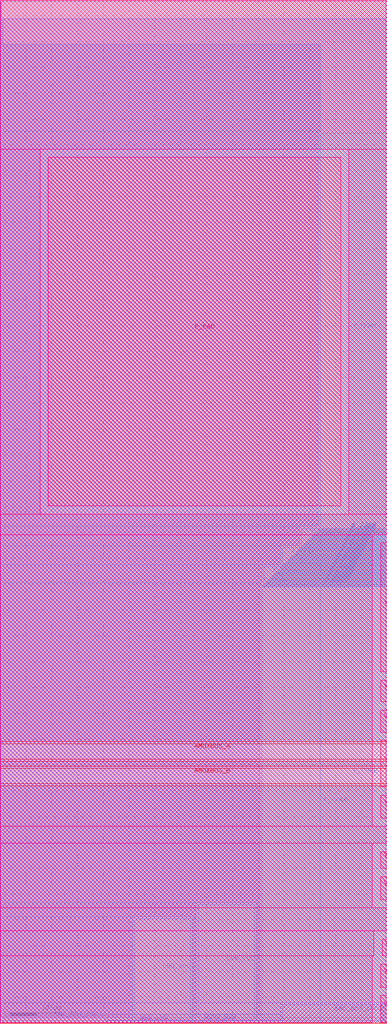
<source format=lef>
# Copyright 2020 The SkyWater PDK Authors
#
# Licensed under the Apache License, Version 2.0 (the "License");
# you may not use this file except in compliance with the License.
# You may obtain a copy of the License at
#
#     https://www.apache.org/licenses/LICENSE-2.0
#
# Unless required by applicable law or agreed to in writing, software
# distributed under the License is distributed on an "AS IS" BASIS,
# WITHOUT WARRANTIES OR CONDITIONS OF ANY KIND, either express or implied.
# See the License for the specific language governing permissions and
# limitations under the License.
#
# SPDX-License-Identifier: Apache-2.0

VERSION 5.7 ;
  NOWIREEXTENSIONATPIN ON ;
  DIVIDERCHAR "/" ;
  BUSBITCHARS "[]" ;
MACRO sky130_fd_io__top_power_lvc_wpad
  CLASS PAD ;
  FOREIGN sky130_fd_io__top_power_lvc_wpad ;
  ORIGIN  0.000000  0.000000 ;
  SIZE  75.00000 BY  198.0000 ;
  SYMMETRY X Y R90 ;
  PIN AMUXBUS_A
    DIRECTION INOUT ;
    USE SIGNAL ;
    PORT
      LAYER met4 ;
        RECT 0.000000 51.125000 75.000000 54.105000 ;
    END
  END AMUXBUS_A
  PIN AMUXBUS_B
    DIRECTION INOUT ;
    USE SIGNAL ;
    PORT
      LAYER met4 ;
        RECT 0.000000 46.365000 75.000000 49.345000 ;
    END
  END AMUXBUS_B
  PIN P_PAD
    DIRECTION INOUT ;
    USE SIGNAL ;
    PORT
      LAYER met5 ;
        RECT 9.315000 100.140000 65.955000 167.570000 ;
    END
  END P_PAD
  PIN BDY2_B2B
    DIRECTION INOUT ;
    USE GROUND ;
    PORT
      LAYER met2 ;
        RECT 34.440000 0.000000 44.440000 0.325000 ;
    END
  END BDY2_B2B
  PIN DRN_LVC1
    DIRECTION INOUT ;
    USE POWER ;
    PORT
      LAYER met3 ;
        RECT 26.000000 0.000000 36.880000 20.220000 ;
    END
  END DRN_LVC1
  PIN DRN_LVC2
    DIRECTION INOUT ;
    USE POWER ;
    PORT
      LAYER met3 ;
        RECT 38.380000 0.000000 49.255000 22.900000 ;
    END
  END DRN_LVC2
  PIN OGC_LVC
    DIRECTION INOUT ;
    USE POWER ;
    PORT
      LAYER met1 ;
        RECT 26.210000 0.000000 27.700000 0.170000 ;
    END
  END OGC_LVC
  PIN P_CORE
    DIRECTION INOUT ;
    USE POWER ;
    PORT
      LAYER met3 ;
        RECT 50.755000 0.000000 74.700000 84.465000 ;
    END
    PORT
      LAYER met3 ;
        RECT 50.755000 84.465000 51.100000 84.810000 ;
    END
    PORT
      LAYER met3 ;
        RECT 50.905000 84.465000 74.700000 84.615000 ;
    END
    PORT
      LAYER met3 ;
        RECT 51.100000 84.810000 54.665000 88.375000 ;
    END
    PORT
      LAYER met3 ;
        RECT 51.205000 84.765000 74.700000 84.915000 ;
    END
    PORT
      LAYER met3 ;
        RECT 51.355000 84.915000 74.700000 85.065000 ;
    END
    PORT
      LAYER met3 ;
        RECT 51.505000 85.065000 74.700000 85.215000 ;
    END
    PORT
      LAYER met3 ;
        RECT 51.655000 85.215000 74.700000 85.365000 ;
    END
    PORT
      LAYER met3 ;
        RECT 51.805000 85.365000 74.700000 85.515000 ;
    END
    PORT
      LAYER met3 ;
        RECT 51.955000 85.515000 74.700000 85.665000 ;
    END
    PORT
      LAYER met3 ;
        RECT 52.105000 85.665000 74.700000 85.815000 ;
    END
    PORT
      LAYER met3 ;
        RECT 52.255000 85.815000 74.700000 85.965000 ;
    END
    PORT
      LAYER met3 ;
        RECT 52.405000 85.965000 74.700000 86.115000 ;
    END
    PORT
      LAYER met3 ;
        RECT 52.555000 86.115000 74.700000 86.265000 ;
    END
    PORT
      LAYER met3 ;
        RECT 52.705000 86.265000 74.700000 86.415000 ;
    END
    PORT
      LAYER met3 ;
        RECT 52.855000 86.415000 74.700000 86.565000 ;
    END
    PORT
      LAYER met3 ;
        RECT 53.005000 86.565000 74.700000 86.715000 ;
    END
    PORT
      LAYER met3 ;
        RECT 53.155000 86.715000 74.700000 86.865000 ;
    END
    PORT
      LAYER met3 ;
        RECT 53.305000 86.865000 74.700000 87.015000 ;
    END
    PORT
      LAYER met3 ;
        RECT 53.455000 87.015000 74.700000 87.165000 ;
    END
    PORT
      LAYER met3 ;
        RECT 53.605000 87.165000 74.700000 87.315000 ;
    END
    PORT
      LAYER met3 ;
        RECT 53.755000 87.315000 74.700000 87.465000 ;
    END
    PORT
      LAYER met3 ;
        RECT 53.905000 87.465000 74.700000 87.615000 ;
    END
    PORT
      LAYER met3 ;
        RECT 54.055000 87.615000 74.700000 87.765000 ;
    END
    PORT
      LAYER met3 ;
        RECT 54.205000 87.765000 74.700000 87.915000 ;
    END
    PORT
      LAYER met3 ;
        RECT 54.355000 87.915000 74.700000 88.065000 ;
    END
    PORT
      LAYER met3 ;
        RECT 54.505000 88.065000 74.700000 88.215000 ;
    END
    PORT
      LAYER met3 ;
        RECT 54.665000 88.375000 58.310000 92.020000 ;
    END
    PORT
      LAYER met3 ;
        RECT 54.805000 88.365000 74.700000 88.515000 ;
    END
    PORT
      LAYER met3 ;
        RECT 54.955000 88.515000 74.700000 88.665000 ;
    END
    PORT
      LAYER met3 ;
        RECT 55.105000 88.665000 74.700000 88.815000 ;
    END
    PORT
      LAYER met3 ;
        RECT 55.255000 88.815000 74.700000 88.965000 ;
    END
    PORT
      LAYER met3 ;
        RECT 55.405000 88.965000 74.700000 89.115000 ;
    END
    PORT
      LAYER met3 ;
        RECT 55.555000 89.115000 74.700000 89.265000 ;
    END
    PORT
      LAYER met3 ;
        RECT 55.705000 89.265000 74.700000 89.415000 ;
    END
    PORT
      LAYER met3 ;
        RECT 55.855000 89.415000 74.700000 89.565000 ;
    END
    PORT
      LAYER met3 ;
        RECT 56.005000 89.565000 74.700000 89.715000 ;
    END
    PORT
      LAYER met3 ;
        RECT 56.155000 89.715000 74.700000 89.865000 ;
    END
    PORT
      LAYER met3 ;
        RECT 56.305000 89.865000 74.700000 90.015000 ;
    END
    PORT
      LAYER met3 ;
        RECT 56.455000 90.015000 74.700000 90.165000 ;
    END
    PORT
      LAYER met3 ;
        RECT 56.605000 90.165000 74.700000 90.315000 ;
    END
    PORT
      LAYER met3 ;
        RECT 56.755000 90.315000 74.700000 90.465000 ;
    END
    PORT
      LAYER met3 ;
        RECT 56.905000 90.465000 74.700000 90.615000 ;
    END
    PORT
      LAYER met3 ;
        RECT 57.055000 90.615000 74.700000 90.765000 ;
    END
    PORT
      LAYER met3 ;
        RECT 57.205000 90.765000 74.700000 90.915000 ;
    END
    PORT
      LAYER met3 ;
        RECT 57.355000 90.915000 74.700000 91.065000 ;
    END
    PORT
      LAYER met3 ;
        RECT 57.505000 91.065000 74.700000 91.215000 ;
    END
    PORT
      LAYER met3 ;
        RECT 57.655000 91.215000 74.700000 91.365000 ;
    END
    PORT
      LAYER met3 ;
        RECT 57.805000 91.365000 74.700000 91.515000 ;
    END
    PORT
      LAYER met3 ;
        RECT 57.955000 91.515000 74.700000 91.665000 ;
    END
    PORT
      LAYER met3 ;
        RECT 58.105000 91.665000 74.700000 91.815000 ;
    END
    PORT
      LAYER met3 ;
        RECT 58.400000 92.110000 62.045000 95.755000 ;
    END
    PORT
      LAYER met3 ;
        RECT 58.405000 91.965000 74.700000 92.115000 ;
    END
    PORT
      LAYER met3 ;
        RECT 58.555000 92.115000 74.700000 92.265000 ;
    END
    PORT
      LAYER met3 ;
        RECT 58.705000 92.265000 74.700000 92.415000 ;
    END
    PORT
      LAYER met3 ;
        RECT 58.855000 92.415000 74.700000 92.565000 ;
    END
    PORT
      LAYER met3 ;
        RECT 59.005000 92.565000 74.700000 92.715000 ;
    END
    PORT
      LAYER met3 ;
        RECT 59.155000 92.715000 74.700000 92.865000 ;
    END
    PORT
      LAYER met3 ;
        RECT 59.305000 92.865000 74.700000 93.015000 ;
    END
    PORT
      LAYER met3 ;
        RECT 59.455000 93.015000 74.700000 93.165000 ;
    END
    PORT
      LAYER met3 ;
        RECT 59.605000 93.165000 74.700000 93.315000 ;
    END
    PORT
      LAYER met3 ;
        RECT 59.755000 93.315000 74.700000 93.465000 ;
    END
    PORT
      LAYER met3 ;
        RECT 59.905000 93.465000 74.700000 93.615000 ;
    END
    PORT
      LAYER met3 ;
        RECT 60.055000 93.615000 74.700000 93.765000 ;
    END
    PORT
      LAYER met3 ;
        RECT 60.205000 93.765000 74.700000 93.915000 ;
    END
    PORT
      LAYER met3 ;
        RECT 60.355000 93.915000 74.700000 94.065000 ;
    END
    PORT
      LAYER met3 ;
        RECT 60.505000 94.065000 74.700000 94.215000 ;
    END
    PORT
      LAYER met3 ;
        RECT 60.655000 94.215000 74.700000 94.365000 ;
    END
    PORT
      LAYER met3 ;
        RECT 60.805000 94.365000 74.700000 94.515000 ;
    END
    PORT
      LAYER met3 ;
        RECT 60.955000 94.515000 74.700000 94.665000 ;
    END
    PORT
      LAYER met3 ;
        RECT 61.105000 94.665000 74.700000 94.815000 ;
    END
    PORT
      LAYER met3 ;
        RECT 61.255000 94.815000 74.700000 94.965000 ;
    END
    PORT
      LAYER met3 ;
        RECT 61.405000 94.965000 74.700000 95.115000 ;
    END
    PORT
      LAYER met3 ;
        RECT 61.555000 95.115000 74.700000 95.265000 ;
    END
    PORT
      LAYER met3 ;
        RECT 61.705000 95.265000 74.700000 95.415000 ;
    END
    PORT
      LAYER met3 ;
        RECT 61.855000 95.415000 74.700000 95.565000 ;
    END
    PORT
      LAYER met3 ;
        RECT 62.045000 0.000000 74.700000 95.755000 ;
    END
    PORT
      LAYER met3 ;
        RECT 62.045000 95.755000 74.700000 172.235000 ;
    END
  END P_CORE
  PIN SRC_BDY_LVC1
    DIRECTION INOUT ;
    USE GROUND ;
    PORT
      LAYER met2 ;
        RECT 0.500000 0.000000 20.495000 1.485000 ;
    END
  END SRC_BDY_LVC1
  PIN SRC_BDY_LVC2
    DIRECTION INOUT ;
    USE GROUND ;
    PORT
      LAYER met2 ;
        RECT 54.715000 0.000000 74.700000 3.660000 ;
    END
  END SRC_BDY_LVC2
  PIN VCCD
    DIRECTION INOUT ;
    USE POWER ;
    PORT
      LAYER met5 ;
        RECT 73.730000 6.985000 75.000000 11.435000 ;
    END
  END VCCD
  PIN VCCHIB
    DIRECTION INOUT ;
    USE POWER ;
    PORT
      LAYER met5 ;
        RECT 73.730000 0.135000 75.000000 5.385000 ;
    END
  END VCCHIB
  PIN VDDA
    DIRECTION INOUT ;
    USE POWER ;
    PORT
      LAYER met5 ;
        RECT 74.035000 13.035000 75.000000 16.285000 ;
    END
  END VDDA
  PIN VDDIO
    DIRECTION INOUT ;
    USE POWER ;
    PORT
      LAYER met5 ;
        RECT 73.730000 68.035000 75.000000 92.985000 ;
    END
  END VDDIO
  PIN VDDIO_Q
    DIRECTION INOUT ;
    USE POWER ;
    PORT
      LAYER met5 ;
        RECT 73.730000 62.185000 75.000000 66.435000 ;
    END
  END VDDIO_Q
  PIN VSSA
    DIRECTION INOUT ;
    USE GROUND ;
    PORT
      LAYER met5 ;
        RECT 73.730000 45.735000 75.000000 54.735000 ;
    END
  END VSSA
  PIN VSSD
    DIRECTION INOUT ;
    USE GROUND ;
    PORT
      LAYER met5 ;
        RECT 73.730000 39.685000 75.000000 44.135000 ;
    END
  END VSSD
  PIN VSSIO
    DIRECTION INOUT ;
    USE GROUND ;
    PORT
      LAYER met5 ;
        RECT 73.730000 23.935000 75.000000 28.385000 ;
    END
  END VSSIO
  PIN VSSIO_Q
    DIRECTION INOUT ;
    USE GROUND ;
    PORT
      LAYER met5 ;
        RECT 73.730000 56.335000 75.000000 60.585000 ;
    END
  END VSSIO_Q
  PIN VSWITCH
    DIRECTION INOUT ;
    USE POWER ;
    PORT
      LAYER met5 ;
        RECT 73.730000 29.985000 75.000000 33.235000 ;
    END
  END VSWITCH
  OBS
    LAYER li1 ;
      RECT 0.240000 1.020000 74.755000 197.780000 ;
    LAYER met1 ;
      RECT  0.120000 0.000000 25.930000   0.450000 ;
      RECT  0.120000 0.450000 74.785000 197.840000 ;
      RECT 27.980000 0.000000 74.785000   0.450000 ;
    LAYER met2 ;
      RECT  0.500000 1.765000 54.435000   3.940000 ;
      RECT  0.500000 3.940000 74.700000 194.430000 ;
      RECT 20.775000 0.000000 34.160000   0.605000 ;
      RECT 20.775000 0.605000 54.435000   1.765000 ;
      RECT 44.720000 0.000000 54.435000   0.605000 ;
    LAYER met3 ;
      RECT  0.500000   0.000000 25.600000  20.620000 ;
      RECT  0.500000  20.620000 37.980000  23.300000 ;
      RECT  0.500000  23.300000 50.355000  85.210000 ;
      RECT  0.500000  85.210000 50.700000  88.775000 ;
      RECT  0.500000  88.775000 54.265000  92.420000 ;
      RECT  0.500000  92.420000 58.000000  96.155000 ;
      RECT  0.500000  96.155000 61.645000 172.635000 ;
      RECT  0.500000 172.635000 62.045000 189.515000 ;
      RECT 37.280000   0.000000 37.980000  20.620000 ;
      RECT 49.655000   0.000000 50.355000  23.300000 ;
    LAYER met4 ;
      RECT 0.000000  0.035000 75.000000  45.965000 ;
      RECT 0.000000 49.745000 75.000000  50.725000 ;
      RECT 0.000000 54.505000 75.000000 198.000000 ;
    LAYER met5 ;
      RECT  0.000000   0.135000 72.130000  13.035000 ;
      RECT  0.000000  13.035000 72.435000  17.885000 ;
      RECT  0.000000  17.885000 75.000000  22.335000 ;
      RECT  0.000000  22.335000 72.130000  34.835000 ;
      RECT  0.000000  34.835000 75.000000  38.085000 ;
      RECT  0.000000  38.085000 72.130000  94.585000 ;
      RECT  0.000000  94.585000 75.000000  98.540000 ;
      RECT  0.000000  98.540000  7.715000 169.170000 ;
      RECT  0.000000 169.170000 75.000000 198.000000 ;
      RECT 67.555000  98.540000 75.000000 169.170000 ;
  END
END sky130_fd_io__top_power_lvc_wpad
END LIBRARY

</source>
